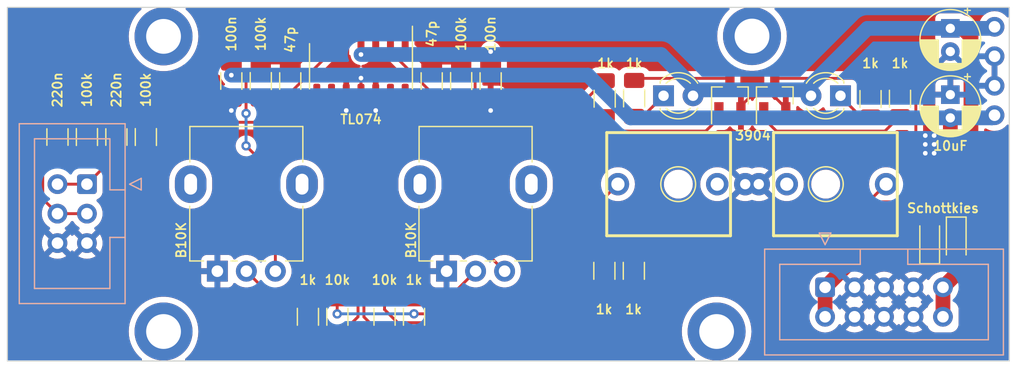
<source format=kicad_pcb>
(kicad_pcb (version 20221018) (generator pcbnew)
  (layers (0 "F.Cu" signal) (31 "B.Cu" signal) (34 "B.Paste" user) (35 "F.Paste" user) (36 "B.SilkS" user "B.Silkscreen") (37 "F.SilkS" user "F.Silkscreen") (38 "B.Mask" user) (39 "F.Mask" user) (44 "Edge.Cuts" user))
  (net 0 "")
  (net 1 "GND")
  (net 2 "+12v")
  (net 3 "-12v")
  (net 4 "Net-(C7-Pad1)")
  (net 5 "Net-(C7-Pad2)")
  (net 6 "Net-(U1A--)")
  (net 7 "Net-(C8-Pad2)")
  (net 8 "Net-(C9-Pad1)")
  (net 9 "Net-(C9-Pad2)")
  (net 10 "Net-(U1C--)")
  (net 11 "Net-(C10-Pad2)")
  (net 12 "Net-(D1-A)")
  (net 13 "Net-(D2-K)")
  (net 14 "Net-(D3-K)")
  (net 15 "Net-(D4-K)")
  (net 16 "Net-(J4-SIG)")
  (net 18 "Net-(J5-SIG)")
  (net 20 "Net-(Q1-B)")
  (net 21 "Net-(Q1-C)")
  (net 22 "Net-(Q2-B)")
  (net 23 "Net-(Q2-C)")
  (net 24 "Net-(R3-Pad1)")
  (net 25 "Net-(U1B--)")
  (net 26 "Out L")
  (net 27 "Net-(R10-Pad1)")
  (net 28 "Net-(U1D--)")
  (net 29 "Out R")
  (footprint "LED_THT:LED_D3.0mm_Clear" (layer "F.Cu") (at 183.5708 33.02 180)
    (fp_text reference "D4" hide)
    (fp_text value "LED" hide)
    (pad "1" thru_hole rect (at 0 0 180) (size 1.8 1.8) (drill 0.9) (layers "*.Cu" "*.Mask") (net 15 "Net-(D4-K)"))
    (pad "2" thru_hole circle (at 2.54 0 180) (size 1.8 1.8) (drill 0.9) (layers "*.Cu" "*.Mask") (net 2 "+12v"))
  )
  (footprint "Resistor_SMD:R_1206_3216Metric_Pad1.30x1.75mm_HandSolder" (layer "F.Cu") (at 133.604 31.75 90)
    (fp_text reference "R2")
    (fp_text value "100k" (at 4.064 0 270) (layer "F.SilkS") (effects (font (size 0.8 0.8))))
    (pad "1" smd roundrect (at -1.55 0 90) (size 1.3 1.75) (layers "F.Cu" "F.Paste" "F.Mask") (roundrect_rratio 0.192308) (net 25 "Net-(U1B--)"))
    (pad "2" smd roundrect (at 1.55 0 90) (size 1.3 1.75) (layers "F.Cu" "F.Paste" "F.Mask") (roundrect_rratio 0.192308) (net 7 "Net-(C8-Pad2)"))
  )
  (footprint "" (layer "F.Cu") (at 175.9458 27.8745)
    (fp_text reference "")
    (fp_text value "" (at 0 0) (layer "F.SilkS") (effects (font (size 0.8 0.8))))
    (pad "" np_thru_hole circle (at 0 0 180) (size 5 5) (drill 3) (layers "*.Cu" "*.Mask"))
  )
  (footprint "Capacitor_SMD:C_1206_3216Metric_Pad1.33x1.80mm_HandSolder" (layer "F.Cu") (at 148.336 31.75 90)
    (fp_text reference "C10")
    (fp_text value "47p" (at 4.064 0 90) (layer "F.SilkS") (effects (font (size 0.8 0.8))))
    (pad "1" smd roundrect (at -1.5625 0 90) (size 1.325 1.8) (layers "F.Cu" "F.Paste" "F.Mask") (roundrect_rratio 0.188679) (net 6 "Net-(U1A--)"))
    (pad "2" smd roundrect (at 1.5625 0 90) (size 1.325 1.8) (layers "F.Cu" "F.Paste" "F.Mask") (roundrect_rratio 0.188679) (net 11 "Net-(C10-Pad2)"))
  )
  (footprint "Resistor_SMD:R_1206_3216Metric_Pad1.30x1.75mm_HandSolder" (layer "F.Cu") (at 186.1616 33.3 90)
    (fp_text reference "R14")
    (fp_text value "1k" (at 3.074 0 180) (layer "F.SilkS") (effects (font (size 0.8 0.8))))
    (pad "1" smd roundrect (at -1.55 0 90) (size 1.3 1.75) (layers "F.Cu" "F.Paste" "F.Mask") (roundrect_rratio 0.192308) (net 15 "Net-(D4-K)"))
    (pad "2" smd roundrect (at 1.55 0 90) (size 1.3 1.75) (layers "F.Cu" "F.Paste" "F.Mask") (roundrect_rratio 0.192308) (net 23 "Net-(Q2-C)"))
  )
  (footprint "Capacitor_SMD:C_1206_3216Metric_Pad1.33x1.80mm_HandSolder" (layer "F.Cu") (at 116.078 36.576 90)
    (fp_text reference "C9")
    (fp_text value "220n" (at 4.064 0 90) (layer "F.SilkS") (effects (font (size 0.8 0.8))))
    (pad "1" smd roundrect (at -1.5625 0 90) (size 1.325 1.8) (layers "F.Cu" "F.Paste" "F.Mask") (roundrect_rratio 0.188679) (net 8 "Net-(C9-Pad1)"))
    (pad "2" smd roundrect (at 1.5625 0 90) (size 1.325 1.8) (layers "F.Cu" "F.Paste" "F.Mask") (roundrect_rratio 0.188679) (net 9 "Net-(C9-Pad2)"))
  )
  (footprint "Resistor_SMD:R_1206_3216Metric_Pad1.30x1.75mm_HandSolder" (layer "F.Cu") (at 118.618 36.576 90)
    (fp_text reference "R8")
    (fp_text value "100k" (at 4.064 0 90) (layer "F.SilkS") (effects (font (size 0.8 0.8))))
    (pad "1" smd roundrect (at -1.55 0 90) (size 1.3 1.75) (layers "F.Cu" "F.Paste" "F.Mask") (roundrect_rratio 0.192308) (net 9 "Net-(C9-Pad2)"))
    (pad "2" smd roundrect (at 1.55 0 90) (size 1.3 1.75) (layers "F.Cu" "F.Paste" "F.Mask") (roundrect_rratio 0.192308) (net 6 "Net-(U1A--)"))
  )
  (footprint "Resistor_SMD:R_1206_3216Metric_Pad1.30x1.75mm_HandSolder" (layer "F.Cu") (at 146.812 52.07 -90)
    (fp_text reference "R10")
    (fp_text value "1k" (at -3.175 0 -180) (layer "F.SilkS") (effects (font (size 0.8 0.8))))
    (pad "1" smd roundrect (at -1.55 0 270) (size 1.3 1.75) (layers "F.Cu" "F.Paste" "F.Mask") (roundrect_rratio 0.192308) (net 27 "Net-(R10-Pad1)"))
    (pad "2" smd roundrect (at 1.55 0 270) (size 1.3 1.75) (layers "F.Cu" "F.Paste" "F.Mask") (roundrect_rratio 0.192308) (net 28 "Net-(U1D--)"))
  )
  (footprint "Resistor_SMD:R_1206_3216Metric_Pad1.30x1.75mm_HandSolder" (layer "F.Cu") (at 144.272 52.07 90)
    (fp_text reference "R11")
    (fp_text value "10k" (at 3.175 0 180) (layer "F.SilkS") (effects (font (size 0.8 0.8))))
    (pad "1" smd roundrect (at -1.55 0 90) (size 1.3 1.75) (layers "F.Cu" "F.Paste" "F.Mask") (roundrect_rratio 0.192308) (net 28 "Net-(U1D--)"))
    (pad "2" smd roundrect (at 1.55 0 90) (size 1.3 1.75) (layers "F.Cu" "F.Paste" "F.Mask") (roundrect_rratio 0.192308) (net 29 "Out R"))
  )
  (footprint "Capacitor_SMD:C_1206_3216Metric_Pad1.33x1.80mm_HandSolder" (layer "F.Cu") (at 136.144 31.75 90)
    (fp_text reference "C8")
    (fp_text value "47p" (at 3.556 0 270) (layer "F.SilkS") (effects (font (size 0.8 0.8))))
    (pad "1" smd roundrect (at -1.5625 0 90) (size 1.325 1.8) (layers "F.Cu" "F.Paste" "F.Mask") (roundrect_rratio 0.188679) (net 25 "Net-(U1B--)"))
    (pad "2" smd roundrect (at 1.5625 0 90) (size 1.325 1.8) (layers "F.Cu" "F.Paste" "F.Mask") (roundrect_rratio 0.188679) (net 7 "Net-(C8-Pad2)"))
  )
  (footprint "Capacitor_SMD:C_1206_3216Metric_Pad1.33x1.80mm_HandSolder" (layer "F.Cu") (at 153.416 31.75 90)
    (fp_text reference "C1")
    (fp_text value "100n" (at 4.064 0 90) (layer "F.SilkS") (effects (font (size 0.8 0.8))))
    (pad "1" smd roundrect (at -1.5625 0 90) (size 1.325 1.8) (layers "F.Cu" "F.Paste" "F.Mask") (roundrect_rratio 0.188679) (net 1 "GND"))
    (pad "2" smd roundrect (at 1.5625 0 90) (size 1.325 1.8) (layers "F.Cu" "F.Paste" "F.Mask") (roundrect_rratio 0.188679) (net 2 "+12v"))
  )
  (footprint "" (layer "F.Cu") (at 125.222 27.9)
    (fp_text reference "")
    (fp_text value "" (at 0 0) (layer "F.SilkS") (effects (font (size 0.8 0.8))))
    (pad "" np_thru_hole circle (at 0 0 180) (size 5 5) (drill 3) (layers "*.Cu" "*.Mask"))
  )
  (footprint "" (layer "F.Cu") (at 125.222 53.34)
    (fp_text reference "")
    (fp_text value "" (at 0 0) (layer "F.SilkS") (effects (font (size 0.8 0.8))))
    (pad "" np_thru_hole circle (at 0 0 180) (size 5 5) (drill 3) (layers "*.Cu" "*.Mask"))
  )
  (footprint "Capacitor_SMD:C_1206_3216Metric_Pad1.33x1.80mm_HandSolder" (layer "F.Cu") (at 121.158 36.576 90)
    (fp_text reference "C7")
    (fp_text value "220n" (at 4.064 0 90) (layer "F.SilkS") (effects (font (size 0.8 0.8))))
    (pad "1" smd roundrect (at -1.5625 0 90) (size 1.325 1.8) (layers "F.Cu" "F.Paste" "F.Mask") (roundrect_rratio 0.188679) (net 4 "Net-(C7-Pad1)"))
    (pad "2" smd roundrect (at 1.5625 0 90) (size 1.325 1.8) (layers "F.Cu" "F.Paste" "F.Mask") (roundrect_rratio 0.188679) (net 5 "Net-(C7-Pad2)"))
  )
  (footprint "LED_THT:LED_D3.0mm_Clear" (layer "F.Cu") (at 168.3208 33.02)
    (fp_text reference "D3" hide)
    (fp_text value "LED" hide)
    (pad "1" thru_hole rect (at 0 0) (size 1.8 1.8) (drill 0.9) (layers "*.Cu" "*.Mask") (net 14 "Net-(D3-K)"))
    (pad "2" thru_hole circle (at 2.54 0) (size 1.8 1.8) (drill 0.9) (layers "*.Cu" "*.Mask") (net 2 "+12v"))
  )
  (footprint "Package_SO:SOIC-14_3.9x8.7mm_P1.27mm" (layer "F.Cu") (at 142.24 30.48 -90)
    (fp_text reference "U1")
    (fp_text value "TL074" (at 4.572 0 -180) (layer "F.SilkS") (effects (font (size 0.8 0.8))))
    (pad "1" smd roundrect (at -2.475 -3.81 270) (size 1.95 0.6) (layers "F.Cu" "F.Paste" "F.Mask") (net 11 "Net-(C10-Pad2)"))
    (pad "2" smd roundrect (at -2.475 -2.54 270) (size 1.95 0.6) (layers "F.Cu" "F.Paste" "F.Mask") (net 6 "Net-(U1A--)"))
    (pad "3" smd roundrect (at -2.475 -1.27 270) (size 1.95 0.6) (layers "F.Cu" "F.Paste" "F.Mask") (net 1 "GND"))
    (pad "4" smd roundrect (at -2.475 0 270) (size 1.95 0.6) (layers "F.Cu" "F.Paste" "F.Mask") (net 2 "+12v"))
    (pad "5" smd roundrect (at -2.475 1.27 270) (size 1.95 0.6) (layers "F.Cu" "F.Paste" "F.Mask") (net 1 "GND"))
    (pad "6" smd roundrect (at -2.475 2.54 270) (size 1.95 0.6) (layers "F.Cu" "F.Paste" "F.Mask") (net 25 "Net-(U1B--)"))
    (pad "7" smd roundrect (at -2.475 3.81 270) (size 1.95 0.6) (layers "F.Cu" "F.Paste" "F.Mask") (net 7 "Net-(C8-Pad2)"))
    (pad "8" smd roundrect (at 2.475 3.81 270) (size 1.95 0.6) (layers "F.Cu" "F.Paste" "F.Mask") (net 26 "Out L"))
    (pad "9" smd roundrect (at 2.475 2.54 270) (size 1.95 0.6) (layers "F.Cu" "F.Paste" "F.Mask") (net 10 "Net-(U1C--)"))
    (pad "10" smd roundrect (at 2.475 1.27 270) (size 1.95 0.6) (layers "F.Cu" "F.Paste" "F.Mask") (net 1 "GND"))
    (pad "11" smd roundrect (at 2.475 0 270) (size 1.95 0.6) (layers "F.Cu" "F.Paste" "F.Mask") (net 3 "-12v"))
    (pad "12" smd roundrect (at 2.475 -1.27 270) (size 1.95 0.6) (layers "F.Cu" "F.Paste" "F.Mask") (net 1 "GND"))
    (pad "13" smd roundrect (at 2.475 -2.54 270) (size 1.95 0.6) (layers "F.Cu" "F.Paste" "F.Mask") (net 28 "Net-(U1D--)"))
    (pad "14" smd roundrect (at 2.475 -3.81 270) (size 1.95 0.6) (layers "F.Cu" "F.Paste" "F.Mask") (net 29 "Out R"))
  )
  (footprint "Potentiometer_THT:Potentiometer_Alpha_RD901F-40-00D_Single_Vertical" (layer "F.Cu") (at 129.86 48.14 90)
    (fp_text reference "RV1")
    (fp_text value "B10K" (at 2.674 -3.114 270) (layer "F.SilkS") (effects (font (size 0.8 0.8))))
    (pad "" thru_hole oval (at 7.5 -2.3 180) (size 2.72 3.24) (drill oval 1.1 1.8) (layers "*.Cu" "*.Mask"))
    (pad "" thru_hole oval (at 7.5 7.3 180) (size 2.72 3.24) (drill oval 1.1 1.8) (layers "*.Cu" "*.Mask"))
    (pad "1" thru_hole rect (at 0 0 180) (size 1.8 1.8) (drill 1) (layers "*.Cu" "*.Mask") (net 1 "GND"))
    (pad "2" thru_hole circle (at 0 2.5 180) (size 1.8 1.8) (drill 1) (layers "*.Cu" "*.Mask") (net 24 "Net-(R3-Pad1)"))
    (pad "3" thru_hole circle (at 0 5 180) (size 1.8 1.8) (drill 1) (layers "*.Cu" "*.Mask") (net 7 "Net-(C8-Pad2)"))
  )
  (footprint "Capacitor_SMD:C_1206_3216Metric_Pad1.33x1.80mm_HandSolder" (layer "F.Cu") (at 131.064 31.75 -90)
    (fp_text reference "C2")
    (fp_text value "100n" (at -4.064 0 -90) (layer "F.SilkS") (effects (font (size 0.8 0.8))))
    (pad "1" smd roundrect (at -1.5625 0 270) (size 1.325 1.8) (layers "F.Cu" "F.Paste" "F.Mask") (roundrect_rratio 0.188679) (net 3 "-12v"))
    (pad "2" smd roundrect (at 1.5625 0 270) (size 1.325 1.8) (layers "F.Cu" "F.Paste" "F.Mask") (roundrect_rratio 0.188679) (net 1 "GND"))
  )
  (footprint "" (layer "F.Cu") (at 175.895 53.34)
    (fp_text reference "")
    (fp_text value "" (at 0 0) (layer "F.SilkS") (effects (font (size 0.8 0.8))))
    (pad "" np_thru_hole circle (at -3 0 180) (size 5 5) (drill 3) (layers "*.Cu" "*.Mask"))
  )
  (footprint "PCM_4ms_Jack:EighthInch_PJ398SM_with_hole" (layer "F.Cu") (at 182.2958 40.64 180)
    (fp_text reference "J5" hide)
    (fp_text value "IN R" hide)
    (pad "" np_thru_hole circle (at 0 0 180) (size 2 2) (drill 2) (layers "F&B.Cu" "*.Mask"))
    (pad "1" thru_hole circle (at -5.207 0 180) (size 1.9304 1.9304) (drill 1.143) (layers "*.Cu" "*.Mask") (net 18 "Net-(J5-SIG)"))
    (pad "2" thru_hole circle (at 5.7658 0 180) (size 1.9304 1.9304) (drill 0.889) (layers "*.Cu" "*.Mask") (net 1 "GND"))
    (pad "3" thru_hole circle (at 3.3528 0 180) (size 1.9304 1.9304) (drill 1.143) (layers "*.Cu" "*.Mask"))
  )
  (footprint "PCM_4ms_Jack:EighthInch_PJ398SM_with_hole" (layer "F.Cu") (at 169.5958 40.64)
    (fp_text reference "J4")
    (fp_text value "IN R" hide)
    (pad "" np_thru_hole circle (at 0 0) (size 2 2) (drill 2) (layers "F&B.Cu" "*.Mask"))
    (pad "1" thru_hole circle (at -5.207 0) (size 1.9304 1.9304) (drill 1.143) (layers "*.Cu" "*.Mask") (net 16 "Net-(J4-SIG)"))
    (pad "2" thru_hole circle (at 5.7658 0) (size 1.9304 1.9304) (drill 0.889) (layers "*.Cu" "*.Mask") (net 1 "GND"))
    (pad "3" thru_hole circle (at 3.3528 0) (size 1.9304 1.9304) (drill 1.143) (layers "*.Cu" "*.Mask"))
  )
  (footprint "Resistor_SMD:R_1206_3216Metric_Pad1.30x1.75mm_HandSolder" (layer "F.Cu") (at 188.7016 33.274 -90)
    (fp_text reference "R13")
    (fp_text value "1k" (at -3.048 0 -180) (layer "F.SilkS") (effects (font (size 0.8 0.8))))
    (pad "1" smd roundrect (at -1.55 0 270) (size 1.3 1.75) (layers "F.Cu" "F.Paste" "F.Mask") (roundrect_rratio 0.192308) (net 29 "Out R"))
    (pad "2" smd roundrect (at 1.55 0 270) (size 1.3 1.75) (layers "F.Cu" "F.Paste" "F.Mask") (roundrect_rratio 0.192308) (net 22 "Net-(Q2-B)"))
  )
  (footprint "Resistor_SMD:R_1206_3216Metric_Pad1.30x1.75mm_HandSolder" (layer "F.Cu") (at 140.208 52.07 90)
    (fp_text reference "R4")
    (fp_text value "10k" (at 3.175 0 180) (layer "F.SilkS") (effects (font (size 0.8 0.8))))
    (pad "1" smd roundrect (at -1.55 0 90) (size 1.3 1.75) (layers "F.Cu" "F.Paste" "F.Mask") (roundrect_rratio 0.192308) (net 10 "Net-(U1C--)"))
    (pad "2" smd roundrect (at 1.55 0 90) (size 1.3 1.75) (layers "F.Cu" "F.Paste" "F.Mask") (roundrect_rratio 0.192308) (net 26 "Out L"))
  )
  (footprint "Resistor_SMD:R_1206_3216Metric_Pad1.30x1.75mm_HandSolder" (layer "F.Cu") (at 123.698 36.576 90)
    (fp_text reference "R1")
    (fp_text value "100k" (at 4.064 0 270) (layer "F.SilkS") (effects (font (size 0.8 0.8))))
    (pad "1" smd roundrect (at -1.55 0 90) (size 1.3 1.75) (layers "F.Cu" "F.Paste" "F.Mask") (roundrect_rratio 0.192308) (net 5 "Net-(C7-Pad2)"))
    (pad "2" smd roundrect (at 1.55 0 90) (size 1.3 1.75) (layers "F.Cu" "F.Paste" "F.Mask") (roundrect_rratio 0.192308) (net 25 "Net-(U1B--)"))
  )
  (footprint "Capacitor_THT:CP_Radial_D5.0mm_P2.00mm" (layer "F.Cu") (at 193.04 27.21 -90)
    (fp_text reference "C3")
    (fp_text value "10uF" hide)
    (pad "1" thru_hole rect (at 0 0 270) (size 1.6 1.6) (drill 0.8) (layers "*.Cu" "*.Mask") (net 2 "+12v"))
    (pad "2" thru_hole circle (at 2 0 270) (size 1.6 1.6) (drill 0.8) (layers "*.Cu" "*.Mask") (net 1 "GND"))
  )
  (footprint "Package_TO_SOT_SMD:SOT-23_Handsoldering" (layer "F.Cu") (at 177.9066 33.02 90)
    (fp_text reference "Q2")
    (fp_text value "3904" hide)
    (pad "1" smd rect (at -1.5 -0.95 90) (size 1.9 0.8) (layers "F.Cu" "F.Paste" "F.Mask") (net 22 "Net-(Q2-B)"))
    (pad "2" smd rect (at -1.5 0.95 90) (size 1.9 0.8) (layers "F.Cu" "F.Paste" "F.Mask") (net 1 "GND"))
    (pad "3" smd rect (at 1.5 0 90) (size 1.9 0.8) (layers "F.Cu" "F.Paste" "F.Mask") (net 23 "Net-(Q2-C)"))
  )
  (footprint "Resistor_SMD:R_1206_3216Metric_Pad1.30x1.75mm_HandSolder" (layer "F.Cu") (at 165.7604 48.11 90)
    (fp_text reference "R12")
    (fp_text value "1k" (at -3.325 -0.0254 180) (layer "F.SilkS") (effects (font (size 0.8 0.8))))
    (pad "1" smd roundrect (at -1.55 0 90) (size 1.3 1.75) (layers "F.Cu" "F.Paste" "F.Mask") (roundrect_rratio 0.192308) (net 29 "Out R"))
    (pad "2" smd roundrect (at 1.55 0 90) (size 1.3 1.75) (layers "F.Cu" "F.Paste" "F.Mask") (roundrect_rratio 0.192308) (net 18 "Net-(J5-SIG)"))
  )
  (footprint "Capacitor_THT:CP_Radial_D5.0mm_P2.00mm" (layer "F.Cu") (at 193.04 32.925 -90)
    (fp_text reference "C4")
    (fp_text value "10uF" (at 4.413 0 -180) (layer "F.SilkS") (effects (font (size 0.8 0.8))))
    (pad "1" thru_hole rect (at 0 0 270) (size 1.6 1.6) (drill 0.8) (layers "*.Cu" "*.Mask") (net 1 "GND"))
    (pad "2" thru_hole circle (at 2 0 270) (size 1.6 1.6) (drill 0.8) (layers "*.Cu" "*.Mask") (net 3 "-12v"))
  )
  (footprint "Resistor_SMD:R_1206_3216Metric_Pad1.30x1.75mm_HandSolder" (layer "F.Cu") (at 163.2204 48.11 90)
    (fp_text reference "R5")
    (fp_text value "1k" (at -3.325 -0.0254 180) (layer "F.SilkS") (effects (font (size 0.8 0.8))))
    (pad "1" smd roundrect (at -1.55 0 90) (size 1.3 1.75) (layers "F.Cu" "F.Paste" "F.Mask") (roundrect_rratio 0.192308) (net 26 "Out L"))
    (pad "2" smd roundrect (at 1.55 0 90) (size 1.3 1.75) (layers "F.Cu" "F.Paste" "F.Mask") (roundrect_rratio 0.192308) (net 16 "Net-(J4-SIG)"))
  )
  (footprint "Resistor_SMD:R_1206_3216Metric_Pad1.30x1.75mm_HandSolder" (layer "F.Cu") (at 163.2458 33.274 -90)
    (fp_text reference "R6")
    (fp_text value "1k" (at -3.048 -0.0762 -180) (layer "F.SilkS") (effects (font (size 0.8 0.8))))
    (pad "1" smd roundrect (at -1.55 0 270) (size 1.3 1.75) (layers "F.Cu" "F.Paste" "F.Mask") (roundrect_rratio 0.192308) (net 26 "Out L"))
    (pad "2" smd roundrect (at 1.55 0 270) (size 1.3 1.75) (layers "F.Cu" "F.Paste" "F.Mask") (roundrect_rratio 0.192308) (net 20 "Net-(Q1-B)"))
  )
  (footprint "Potentiometer_THT:Potentiometer_Alpha_RD901F-40-00D_Single_Vertical" (layer "F.Cu") (at 149.62 48.14 90)
    (fp_text reference "RV2")
    (fp_text value "B10K" (at 2.674 -3.062 90) (layer "F.SilkS") (effects (font (size 0.8 0.8))))
    (pad "" thru_hole oval (at 7.5 -2.3 180) (size 2.72 3.24) (drill oval 1.1 1.8) (layers "*.Cu" "*.Mask"))
    (pad "" thru_hole oval (at 7.5 7.3 180) (size 2.72 3.24) (drill oval 1.1 1.8) (layers "*.Cu" "*.Mask"))
    (pad "1" thru_hole rect (at 0 0 180) (size 1.8 1.8) (drill 1) (layers "*.Cu" "*.Mask") (net 1 "GND"))
    (pad "2" thru_hole circle (at 0 2.5 180) (size 1.8 1.8) (drill 1) (layers "*.Cu" "*.Mask") (net 27 "Net-(R10-Pad1)"))
    (pad "3" thru_hole circle (at 0 5 180) (size 1.8 1.8) (drill 1) (layers "*.Cu" "*.Mask") (net 11 "Net-(C10-Pad2)"))
  )
  (footprint "Diode_SMD:D_SOD-323_HandSoldering" (layer "F.Cu") (at 191.262 45.486 90)
    (fp_text reference "D2" hide)
    (fp_text value "D_Schottky" hide)
    (pad "1" smd roundrect (at -1.25 0 90) (size 1 1) (layers "F.Cu" "F.Paste" "F.Mask") (net 13 "Net-(D2-K)"))
    (pad "2" smd roundrect (at 1.25 0 90) (size 1 1) (layers "F.Cu" "F.Paste" "F.Mask") (net 3 "-12v"))
  )
  (footprint "Resistor_SMD:R_1206_3216Metric_Pad1.30x1.75mm_HandSolder" (layer "F.Cu") (at 150.876 31.75 90)
    (fp_text reference "R9")
    (fp_text value "100k" (at 4.064 0 90) (layer "F.SilkS") (effects (font (size 0.8 0.8))))
    (pad "1" smd roundrect (at -1.55 0 90) (size 1.3 1.75) (layers "F.Cu" "F.Paste" "F.Mask") (roundrect_rratio 0.192308) (net 6 "Net-(U1A--)"))
    (pad "2" smd roundrect (at 1.55 0 90) (size 1.3 1.75) (layers "F.Cu" "F.Paste" "F.Mask") (roundrect_rratio 0.192308) (net 11 "Net-(C10-Pad2)"))
  )
  (footprint "Resistor_SMD:R_1206_3216Metric_Pad1.30x1.75mm_HandSolder" (layer "F.Cu") (at 165.7858 33.248 90)
    (fp_text reference "R7")
    (fp_text value "1k" (at 3.022 0 180) (layer "F.SilkS") (effects (font (size 0.8 0.8))))
    (pad "1" smd roundrect (at -1.55 0 90) (size 1.3 1.75) (layers "F.Cu" "F.Paste" "F.Mask") (roundrect_rratio 0.192308) (net 14 "Net-(D3-K)"))
    (pad "2" smd roundrect (at 1.55 0 90) (size 1.3 1.75) (layers "F.Cu" "F.Paste" "F.Mask") (roundrect_rratio 0.192308) (net 21 "Net-(Q1-C)"))
  )
  (footprint "Resistor_SMD:R_1206_3216Metric_Pad1.30x1.75mm_HandSolder" (layer "F.Cu") (at 137.668 52.07 -90)
    (fp_text reference "R3")
    (fp_text value "1k" (at -3.175 0 -180) (layer "F.SilkS") (effects (font (size 0.8 0.8))))
    (pad "1" smd roundrect (at -1.55 0 270) (size 1.3 1.75) (layers "F.Cu" "F.Paste" "F.Mask") (roundrect_rratio 0.192308) (net 24 "Net-(R3-Pad1)"))
    (pad "2" smd roundrect (at 1.55 0 270) (size 1.3 1.75) (layers "F.Cu" "F.Paste" "F.Mask") (roundrect_rratio 0.192308) (net 10 "Net-(U1C--)"))
  )
  (footprint "Diode_SMD:D_SOD-323_HandSoldering" (layer "F.Cu") (at 193.548 45.486 -90)
    (fp_text reference "D1" hide)
    (fp_text value "D_Schottky" hide)
    (pad "1" smd roundrect (at -1.25 0 270) (size 1 1) (layers "F.Cu" "F.Paste" "F.Mask") (net 2 "+12v"))
    (pad "2" smd roundrect (at 1.25 0 270) (size 1 1) (layers "F.Cu" "F.Paste" "F.Mask") (net 12 "Net-(D1-A)"))
  )
  (footprint "Package_TO_SOT_SMD:SOT-23_Handsoldering" (layer "F.Cu") (at 174.0408 33.02 90)
    (fp_text reference "Q1")
    (fp_text value "3904" (at -3.429 1.9812 180) (layer "F.SilkS") (effects (font (size 0.8 0.8))))
    (pad "1" smd rect (at -1.5 -0.95 90) (size 1.9 0.8) (layers "F.Cu" "F.Paste" "F.Mask") (net 20 "Net-(Q1-B)"))
    (pad "2" smd rect (at -1.5 0.95 90) (size 1.9 0.8) (layers "F.Cu" "F.Paste" "F.Mask") (net 1 "GND"))
    (pad "3" smd rect (at 1.5 0 90) (size 1.9 0.8) (layers "F.Cu" "F.Paste" "F.Mask") (net 21 "Net-(Q1-C)"))
  )
  (footprint "Connector_PinHeader_2.54mm:PinHeader_1x04_P2.54mm_Vertical_no_silkscreen" (layer "B.Cu") (at 196.85 27.0764 180)
    (fp_text reference "J2" hide)
    (fp_text value "Conn_01x04_Pin" hide)
    (pad "1" thru_hole circle (at 0 0 180) (size 1.7 1.7) (drill 1) (layers "*.Cu" "*.Mask") (net 2 "+12v"))
    (pad "2" thru_hole oval (at 0 -2.54 180) (size 1.7 1.7) (drill 1) (layers "*.Cu" "*.Mask") (net 1 "GND"))
    (pad "3" thru_hole oval (at 0 -5.08 180) (size 1.7 1.7) (drill 1) (layers "*.Cu" "*.Mask") (net 1 "GND"))
    (pad "4" thru_hole oval (at 0 -7.62 180) (size 1.7 1.7) (drill 1) (layers "*.Cu" "*.Mask") (net 3 "-12v"))
  )
  (footprint "Connector_IDC:IDC-Header_2x05_P2.54mm_Vertical" (layer "B.Cu") (at 182.245 49.53 -90)
    (fp_text reference "J1")
    (fp_text value "Eurorack_Power_10pin_Unshrouded" hide)
    (pad "1" thru_hole roundrect (at 0 0 270) (size 1.7 1.7) (drill 1) (layers "*.Cu" "*.Mask") (roundrect_rratio 0.147059) (net 12 "Net-(D1-A)"))
    (pad "2" thru_hole circle (at 2.54 0 270) (size 1.7 1.7) (drill 1) (layers "*.Cu" "*.Mask") (net 12 "Net-(D1-A)"))
    (pad "3" thru_hole circle (at 0 -2.54 270) (size 1.7 1.7) (drill 1) (layers "*.Cu" "*.Mask") (net 1 "GND"))
    (pad "4" thru_hole circle (at 2.54 -2.54 270) (size 1.7 1.7) (drill 1) (layers "*.Cu" "*.Mask") (net 1 "GND"))
    (pad "5" thru_hole circle (at 0 -5.08 270) (size 1.7 1.7) (drill 1) (layers "*.Cu" "*.Mask") (net 1 "GND"))
    (pad "6" thru_hole circle (at 2.54 -5.08 270) (size 1.7 1.7) (drill 1) (layers "*.Cu" "*.Mask") (net 1 "GND"))
    (pad "7" thru_hole circle (at 0 -7.62 270) (size 1.7 1.7) (drill 1) (layers "*.Cu" "*.Mask") (net 1 "GND"))
    (pad "8" thru_hole circle (at 2.54 -7.62 270) (size 1.7 1.7) (drill 1) (layers "*.Cu" "*.Mask") (net 1 "GND"))
    (pad "9" thru_hole circle (at 0 -10.16 270) (size 1.7 1.7) (drill 1) (layers "*.Cu" "*.Mask") (net 13 "Net-(D2-K)"))
    (pad "10" thru_hole circle (at 2.54 -10.16 270) (size 1.7 1.7) (drill 1) (layers "*.Cu" "*.Mask") (net 13 "Net-(D2-K)"))
  )
  (footprint "Connector_IDC:IDC-Header_2x03_P2.54mm_Vertical" (layer "B.Cu") (at 118.618 40.64 180)
    (fp_text reference "J3")
    (fp_text value "Conn_02x03" hide)
    (pad "1" thru_hole roundrect (at 0 0 180) (size 1.7 1.7) (drill 1) (layers "*.Cu" "*.Mask") (roundrect_rratio 0.147059) (net 4 "Net-(C7-Pad1)"))
    (pad "2" thru_hole circle (at 2.54 0 180) (size 1.7 1.7) (drill 1) (layers "*.Cu" "*.Mask") (net 4 "Net-(C7-Pad1)"))
    (pad "3" thru_hole circle (at 0 -2.54 180) (size 1.7 1.7) (drill 1) (layers "*.Cu" "*.Mask") (net 8 "Net-(C9-Pad1)"))
    (pad "4" thru_hole circle (at 2.54 -2.54 180) (size 1.7 1.7) (drill 1) (layers "*.Cu" "*.Mask") (net 8 "Net-(C9-Pad1)"))
    (pad "5" thru_hole circle (at 0 -5.08 180) (size 1.7 1.7) (drill 1) (layers "*.Cu" "*.Mask") (net 1 "GND"))
    (pad "6" thru_hole circle (at 2.54 -5.08 180) (size 1.7 1.7) (drill 1) (layers "*.Cu" "*.Mask") (net 1 "GND"))
  )
  (gr_rect (start 111.76 25.4) (end 198.12 55.88) (stroke (width 0.1)) (fill none) (layer "Edge.Cuts"))
  (gr_text "Schottkies" (at 192.405 43.18) (layer "F.SilkS") (effects (font (size 0.8 0.8)) (justify bottom)))
  (segment (start 140.97 28.005) (end 140.97 32.955) (width 0.25) (layer "F.Cu") (net 1))
  (segment (start 143.51 28.005) (end 143.51 32.955) (width 0.25) (layer "F.Cu") (net 1))
  (segment (start 178.8008 34.0208) (end 177.8 33.02) (width 0.25) (layer "F.Cu") (net 1))
  (segment (start 143.51 32.955) (end 143.51 34.29) (width 0.25) (layer "F.Cu") (net 1))
  (segment (start 153.416 33.3125) (end 153.416 34.29) (width 0.25) (layer "F.Cu") (net 1))
  (segment (start 178.8008 34.52) (end 178.8008 34.0208) (width 0.25) (layer "F.Cu") (net 1))
  (segment (start 140.97 32.955) (end 140.97 34.29) (width 0.25) (layer "F.Cu") (net 1))
  (segment (start 174.9908 33.9046) (end 174.9908 34.52) (width 0.25) (layer "F.Cu") (net 1))
  (segment (start 131.064 33.3125) (end 131.064 34.29) (width 0.25) (layer "F.Cu") (net 1))
  (segment (start 177.8 33.02) (end 175.8754 33.02) (width 0.25) (layer "F.Cu") (net 1))
  (segment (start 175.8754 33.02) (end 174.9908 33.9046) (width 0.25) (layer "F.Cu") (net 1))
  (via (at 190.881 36.449) (size 0.8) (drill 0.4) (layers "F.Cu" "B.Cu") (net 1))
  (via (at 191.643 37.973) (size 0.8) (drill 0.4) (layers "F.Cu" "B.Cu") (net 1))
  (via (at 143.51 34.29) (size 0.8) (drill 0.4) (layers "F.Cu" "B.Cu") (net 1))
  (via (at 191.643 36.449) (size 0.8) (drill 0.4) (layers "F.Cu" "B.Cu") (net 1))
  (via (at 153.416 34.29) (size 0.8) (drill 0.4) (layers "F.Cu" "B.Cu") (net 1))
  (via (at 131.064 34.29) (size 0.8) (drill 0.4) (layers "F.Cu" "B.Cu") (net 1))
  (via (at 190.881 37.973) (size 0.8) (drill 0.4) (layers "F.Cu" "B.Cu") (net 1))
  (via (at 140.97 34.29) (size 0.8) (drill 0.4) (layers "F.Cu" "B.Cu") (net 1))
  (via (at 191.643 37.211) (size 0.8) (drill 0.4) (layers "F.Cu" "B.Cu") (net 1))
  (via (at 190.881 37.211) (size 0.8) (drill 0.4) (layers "F.Cu" "B.Cu") (net 1))
  (segment (start 194.818 27.94) (end 194.088 27.21) (width 1.27) (layer "F.Cu") (net 2))
  (segment (start 193.548 42.672) (end 194.818 41.402) (width 1.27) (layer "F.Cu") (net 2))
  (segment (start 194.818 41.402) (end 194.818 27.94) (width 1.27) (layer "F.Cu") (net 2))
  (segment (start 193.548 44.236) (end 193.548 42.672) (width 1.27) (layer "F.Cu") (net 2))
  (segment (start 194.088 27.21) (end 193.04 27.21) (width 1.27) (layer "F.Cu") (net 2))
  (segment (start 142.24 28.005) (end 142.24 29.464) (width 0.25) (layer "F.Cu") (net 2))
  (segment (start 153.416 30.1875) (end 153.416 29.21) (width 0.25) (layer "F.Cu") (net 2))
  (via (at 153.416 29.21) (size 0.8) (drill 0.4) (layers "F.Cu" "B.Cu") (net 2))
  (via (at 142.24 29.464) (size 0.8) (drill 0.4) (layers "F.Cu" "B.Cu") (net 2))
  (segment (start 168.108796 29.464) (end 142.24 29.464) (width 1.27) (layer "B.Cu") (net 2))
  (segment (start 180.975 33.02) (end 180.467 32.512) (width 1.27) (layer "B.Cu") (net 2))
  (segment (start 180.975 32.131) (end 180.975 33.02) (width 1.27) (layer "B.Cu") (net 2))
  (segment (start 193.04 27.21) (end 185.896 27.21) (width 1.27) (layer "B.Cu") (net 2))
  (segment (start 170.8608 33.02) (end 170.8608 32.216004) (width 1.27) (layer "B.Cu") (net 2))
  (segment (start 185.896 27.21) (end 180.975 32.131) (width 1.27) (layer "B.Cu") (net 2))
  (segment (start 170.8608 32.216004) (end 168.108796 29.464) (width 1.27) (layer "B.Cu") (net 2))
  (segment (start 196.7164 27.21) (end 196.85 27.0764) (width 1.27) (layer "B.Cu") (net 2))
  (segment (start 180.467 32.512) (end 171.3688 32.512) (width 1.27) (layer "B.Cu") (net 2))
  (segment (start 193.04 27.21) (end 196.7164 27.21) (width 1.27) (layer "B.Cu") (net 2))
  (segment (start 171.3688 32.512) (end 170.8608 33.02) (width 1.27) (layer "B.Cu") (net 2))
  (segment (start 142.24 32.955) (end 142.24 31.496) (width 0.25) (layer "F.Cu") (net 3))
  (segment (start 191.262 42.418) (end 193.04 40.64) (width 1.27) (layer "F.Cu") (net 3))
  (segment (start 131.064 30.1875) (end 131.064 31.242) (width 0.25) (layer "F.Cu") (net 3))
  (segment (start 191.262 44.236) (end 191.262 42.418) (width 1.27) (layer "F.Cu") (net 3))
  (segment (start 193.04 40.64) (end 193.04 34.925) (width 1.27) (layer "F.Cu") (net 3))
  (via (at 131.064 31.242) (size 0.8) (drill 0.4) (layers "F.Cu" "B.Cu") (net 3))
  (via (at 142.24 31.496) (size 0.8) (drill 0.4) (layers "F.Cu" "B.Cu") (net 3))
  (segment (start 193.04 34.925) (end 196.6214 34.925) (width 1.27) (layer "B.Cu") (net 3))
  (segment (start 193.04 34.925) (end 165.481 34.925) (width 1.27) (layer "B.Cu") (net 3))
  (segment (start 165.481 34.925) (end 161.798 31.242) (width 1.27) (layer "B.Cu") (net 3))
  (segment (start 196.6214 34.925) (end 196.85 34.6964) (width 1.27) (layer "B.Cu") (net 3))
  (segment (start 161.798 31.242) (end 131.064 31.242) (width 1.27) (layer "B.Cu") (net 3))
  (segment (start 121.1195 38.1385) (end 121.158 38.1385) (width 0.25) (layer "F.Cu") (net 4))
  (segment (start 118.618 40.64) (end 121.1195 38.1385) (width 0.25) (layer "F.Cu") (net 4))
  (segment (start 118.618 40.64) (end 116.078 40.64) (width 0.25) (layer "F.Cu") (net 4))
  (segment (start 121.158 35.0135) (end 121.158 35.586) (width 0.25) (layer "F.Cu") (net 5))
  (segment (start 121.158 35.586) (end 123.698 38.126) (width 0.25) (layer "F.Cu") (net 5))
  (segment (start 144.78 27.305) (end 144.78 28.005) (width 0.25) (layer "F.Cu") (net 6))
  (segment (start 148.336 33.3125) (end 148.336 32.766) (width 0.25) (layer "F.Cu") (net 6))
  (segment (start 148.336 32.766) (end 144.78 29.21) (width 0.25) (layer "F.Cu") (net 6))
  (segment (start 137.541 26.416) (end 143.891 26.416) (width 0.25) (layer "F.Cu") (net 6))
  (segment (start 148.3485 33.3) (end 148.336 33.3125) (width 0.25) (layer "F.Cu") (net 6))
  (segment (start 129.7178 28.829) (end 135.128 28.829) (width 0.25) (layer "F.Cu") (net 6))
  (segment (start 118.618 35.026) (end 118.8472 35.026) (width 0.25) (layer "F.Cu") (net 6))
  (segment (start 120.0912 33.782) (end 124.7648 33.782) (width 0.25) (layer "F.Cu") (net 6))
  (segment (start 144.78 29.21) (end 144.78 28.005) (width 0.25) (layer "F.Cu") (net 6))
  (segment (start 118.8472 35.026) (end 120.0912 33.782) (width 0.25) (layer "F.Cu") (net 6))
  (segment (start 124.7648 33.782) (end 129.7178 28.829) (width 0.25) (layer "F.Cu") (net 6))
  (segment (start 135.128 28.829) (end 137.541 26.416) (width 0.25) (layer "F.Cu") (net 6))
  (segment (start 143.891 26.416) (end 144.78 27.305) (width 0.25) (layer "F.Cu") (net 6))
  (segment (start 150.876 33.3) (end 148.3485 33.3) (width 0.25) (layer "F.Cu") (net 6))
  (segment (start 138.43 28.702) (end 136.9445 30.1875) (width 0.25) (layer "F.Cu") (net 7))
  (segment (start 132.334 31.47) (end 133.604 30.2) (width 0.25) (layer "F.Cu") (net 7))
  (segment (start 136.9445 30.1875) (end 136.144 30.1875) (width 0.25) (layer "F.Cu") (net 7))
  (segment (start 136.144 30.1875) (end 133.6165 30.1875) (width 0.25) (layer "F.Cu") (net 7))
  (segment (start 138.43 28.005) (end 138.43 28.702) (width 0.25) (layer "F.Cu") (net 7))
  (segment (start 132.334 37.338) (end 134.86 39.864) (width 0.25) (layer "F.Cu") (net 7))
  (segment (start 132.334 34.544) (end 132.334 31.47) (width 0.25) (layer "F.Cu") (net 7))
  (segment (start 134.86 39.864) (end 134.86 48.14) (width 0.25) (layer "F.Cu") (net 7))
  (via (at 132.334 34.544) (size 0.8) (drill 0.4) (layers "F.Cu" "B.Cu") (net 7))
  (via (at 132.334 37.338) (size 0.8) (drill 0.4) (layers "F.Cu" "B.Cu") (net 7))
  (segment (start 132.334 37.338) (end 132.334 34.544) (width 0.25) (layer "B.Cu") (net 7))
  (segment (start 114.808 39.4085) (end 116.078 38.1385) (width 0.25) (layer "F.Cu") (net 8))
  (segment (start 116.078 43.18) (end 118.618 43.18) (width 0.25) (layer "F.Cu") (net 8))
  (segment (start 116.078 43.18) (end 114.808 41.91) (width 0.25) (layer "F.Cu") (net 8))
  (segment (start 114.808 41.91) (end 114.808 39.4085) (width 0.25) (layer "F.Cu") (net 8))
  (segment (start 116.078 35.586) (end 118.618 38.126) (width 0.25) (layer "F.Cu") (net 9))
  (segment (start 116.078 35.0135) (end 116.078 35.586) (width 0.25) (layer "F.Cu") (net 9))
  (segment (start 140.208 53.62) (end 137.668 53.62) (width 0.25) (layer "F.Cu") (net 10))
  (segment (start 141.986 52.07) (end 141.986 37.084) (width 0.25) (layer "F.Cu") (net 10))
  (segment (start 139.7 34.798) (end 139.7 32.955) (width 0.25) (layer "F.Cu") (net 10))
  (segment (start 140.208 53.62) (end 140.436 53.62) (width 0.25) (layer "F.Cu") (net 10))
  (segment (start 141.986 37.084) (end 139.7 34.798) (width 0.25) (layer "F.Cu") (net 10))
  (segment (start 140.436 53.62) (end 141.986 52.07) (width 0.25) (layer "F.Cu") (net 10))
  (segment (start 148.336 30.1875) (end 147.5355 30.1875) (width 0.25) (layer "F.Cu") (net 11))
  (segment (start 152.076 31.4) (end 150.876 30.2) (width 0.25) (layer "F.Cu") (net 11))
  (segment (start 154.62 48.14) (end 152.076 45.596) (width 0.25) (layer "F.Cu") (net 11))
  (segment (start 150.876 30.2) (end 148.3485 30.2) (width 0.25) (layer "F.Cu") (net 11))
  (segment (start 146.05 28.702) (end 146.05 28.005) (width 0.25) (layer "F.Cu") (net 11))
  (segment (start 148.3485 30.2) (end 148.336 30.1875) (width 0.25) (layer "F.Cu") (net 11))
  (segment (start 147.5355 30.1875) (end 146.05 28.702) (width 0.25) (layer "F.Cu") (net 11))
  (segment (start 152.076 45.596) (end 152.076 31.4) (width 0.25) (layer "F.Cu") (net 11))
  (segment (start 193.548 48.387) (end 192.405 49.53) (width 1.27) (layer "F.Cu") (net 12))
  (segment (start 192.405 49.53) (end 192.405 52.07) (width 1.27) (layer "F.Cu") (net 12))
  (segment (start 193.548 46.736) (end 193.548 48.387) (width 1.27) (layer "F.Cu") (net 12))
  (segment (start 185.039 46.736) (end 191.262 46.736) (width 1.27) (layer "F.Cu") (net 13))
  (segment (start 182.245 49.53) (end 185.039 46.736) (width 1.27) (layer "F.Cu") (net 13))
  (segment (start 182.245 49.53) (end 182.245 52.07) (width 1.27) (layer "F.Cu") (net 13))
  (segment (start 166.5428 34.798) (end 168.3208 33.02) (width 0.25) (layer "F.Cu") (net 14))
  (segment (start 165.7858 34.798) (end 166.5428 34.798) (width 0.25) (layer "F.Cu") (net 14))
  (segment (start 185.345 34.85) (end 183.515 33.02) (width 0.25) (layer "F.Cu") (net 15))
  (segment (start 186.1058 34.85) (end 185.345 34.85) (width 0.25) (layer "F.Cu") (net 15))
  (segment (start 162.306 42.7228) (end 162.306 45.6456) (width 0.25) (layer "F.Cu") (net 16))
  (segment (start 164.3888 40.64) (end 162.306 42.7228) (width 0.25) (layer "F.Cu") (net 16))
  (segment (start 162.306 45.6456) (end 163.2204 46.56) (width 0.25) (layer "F.Cu") (net 16))
  (segment (start 181.5828 46.56) (end 187.5028 40.64) (width 0.25) (layer "F.Cu") (net 18))
  (segment (start 165.7604 46.56) (end 181.5828 46.56) (width 0.25) (layer "F.Cu") (net 18))
  (segment (start 173.0908 34.9352) (end 171.958 36.068) (width 0.25) (layer "F.Cu") (net 20))
  (segment (start 164.4898 36.068) (end 163.2458 34.824) (width 0.25) (layer "F.Cu") (net 20))
  (segment (start 173.0908 34.52) (end 173.0908 34.9352) (width 0.25) (layer "F.Cu") (net 20))
  (segment (start 171.958 36.068) (end 164.4898 36.068) (width 0.25) (layer "F.Cu") (net 20))
  (segment (start 165.7858 31.698) (end 165.9638 31.52) (width 0.25) (layer "F.Cu") (net 21))
  (segment (start 165.9638 31.52) (end 174.0408 31.52) (width 0.25) (layer "F.Cu") (net 21))
  (segment (start 187.4018 36.068) (end 188.6458 34.824) (width 0.25) (layer "F.Cu") (net 22))
  (segment (start 178.054 36.068) (end 187.4018 36.068) (width 0.25) (layer "F.Cu") (net 22))
  (segment (start 177.038 34.6572) (end 177.038 35.052) (width 0.25) (layer "F.Cu") (net 22))
  (segment (start 176.9008 34.52) (end 177.038 34.6572) (width 0.25) (layer "F.Cu") (net 22))
  (segment (start 177.038 35.052) (end 178.054 36.068) (width 0.25) (layer "F.Cu") (net 22))
  (segment (start 185.8758 31.52) (end 177.8508 31.52) (width 0.25) (layer "F.Cu") (net 23))
  (segment (start 186.1058 31.75) (end 185.8758 31.52) (width 0.25) (layer "F.Cu") (net 23))
  (segment (start 137.668 50.52) (end 134.74 50.52) (width 0.25) (layer "F.Cu") (net 24))
  (segment (start 134.74 50.52) (end 132.36 48.14) (width 0.25) (layer "F.Cu") (net 24))
  (segment (start 133.604 33.3) (end 136.1315 33.3) (width 0.25) (layer "F.Cu") (net 25))
  (segment (start 133.096 35.306) (end 133.604 34.798) (width 0.25) (layer "F.Cu") (net 25))
  (segment (start 123.698 35.026) (end 123.978 35.306) (width 0.25) (layer "F.Cu") (net 25))
  (segment (start 139.7 29.21) (end 139.7 28.005) (width 0.25) (layer "F.Cu") (net 25))
  (segment (start 136.144 33.3125) (end 136.144 32.766) (width 0.25) (layer "F.Cu") (net 25))
  (segment (start 136.144 32.766) (end 139.7 29.21) (width 0.25) (layer "F.Cu") (net 25))
  (segment (start 133.604 34.798) (end 133.604 33.3) (width 0.25) (layer "F.Cu") (net 25))
  (segment (start 123.978 35.306) (end 133.096 35.306) (width 0.25) (layer "F.Cu") (net 25))
  (segment (start 161.671 48.1106) (end 161.671 33.2988) (width 0.25) (layer "F.Cu") (net 26))
  (segment (start 140.190103 51.824306) (end 140.190103 50.537897) (width 0.25) (layer "F.Cu") (net 26))
  (segment (start 163.2204 49.66) (end 163.2204 50.6476) (width 0.25) (layer "F.Cu") (net 26))
  (segment (start 140.190103 50.537897) (end 140.208 50.52) (width 0.25) (layer "F.Cu") (net 26))
  (segment (start 163.2204 49.66) (end 161.671 48.1106) (width 0.25) (layer "F.Cu") (net 26))
  (segment (start 138.43 32.955) (end 138.43 34.544) (width 0.25) (layer "F.Cu") (net 26))
  (segment (start 161.671 33.2988) (end 163.2458 31.724) (width 0.25) (layer "F.Cu") (net 26))
  (segment (start 162.052 51.816) (end 146.812 51.816) (width 0.25) (layer "F.Cu") (net 26))
  (segment (start 163.2204 50.6476) (end 162.052 51.816) (width 0.25) (layer "F.Cu") (net 26))
  (segment (start 141.409 37.523) (end 141.409 49.319) (width 0.25) (layer "F.Cu") (net 26))
  (segment (start 141.409 49.319) (end 140.208 50.52) (width 0.25) (layer "F.Cu") (net 26))
  (segment (start 138.43 34.544) (end 141.409 37.523) (width 0.25) (layer "F.Cu") (net 26))
  (via (at 146.812 51.816) (size 0.8) (drill 0.4) (layers "F.Cu" "B.Cu") (net 26))
  (via (at 140.190103 51.824306) (size 0.8) (drill 0.4) (layers "F.Cu" "B.Cu") (net 26))
  (segment (start 140.216306 51.816) (end 140.190103 51.824306) (width 0.25) (layer "B.Cu") (net 26))
  (segment (start 140.199694 51.816) (end 140.208 51.816) (width 0.25) (layer "B.Cu") (net 26))
  (segment (start 140.190103 51.824306) (end 140.199694 51.816) (width 0.25) (layer "B.Cu") (net 26))
  (segment (start 146.812 51.816) (end 140.216306 51.816) (width 0.25) (layer "B.Cu") (net 26))
  (segment (start 146.812 50.52) (end 149.74 50.52) (width 0.25) (layer "F.Cu") (net 27))
  (segment (start 149.74 50.52) (end 152.12 48.14) (width 0.25) (layer "F.Cu") (net 27))
  (segment (start 144.031 53.62) (end 144.272 53.62) (width 0.25) (layer "F.Cu") (net 28))
  (segment (start 144.78 34.925) (end 142.494 37.211) (width 0.25) (layer "F.Cu") (net 28))
  (segment (start 144.272 53.62) (end 146.812 53.62) (width 0.25) (layer "F.Cu") (net 28))
  (segment (start 142.494 52.083) (end 144.031 53.62) (width 0.25) (layer "F.Cu") (net 28))
  (segment (start 142.494 37.211) (end 142.494 52.083) (width 0.25) (layer "F.Cu") (net 28))
  (segment (start 144.78 32.955) (end 144.78 34.925) (width 0.25) (layer "F.Cu") (net 28))
  (segment (start 190.0682 40.4368) (end 190.0682 33.1464) (width 0.25) (layer "F.Cu") (net 29))
  (segment (start 165.7604 49.66) (end 165.224 49.66) (width 0.25) (layer "F.Cu") (net 29))
  (segment (start 145.4023 52.578) (end 144.272 51.4477) (width 0.25) (layer "F.Cu") (net 29))
  (segment (start 146.05 34.544) (end 143.071 37.523) (width 0.25) (layer "F.Cu") (net 29))
  (segment (start 165.7604 48.7426) (end 167.259 47.244) (width 0.25) (layer "F.Cu") (net 29))
  (segment (start 143.071 37.523) (end 143.071 49.319) (width 0.25) (layer "F.Cu") (net 29))
  (segment (start 167.259 47.244) (end 181.864 47.244) (width 0.25) (layer "F.Cu") (net 29))
  (segment (start 188.341 42.164) (end 190.0682 40.4368) (width 0.25) (layer "F.Cu") (net 29))
  (segment (start 186.944 42.164) (end 188.341 42.164) (width 0.25) (layer "F.Cu") (net 29))
  (segment (start 144.272 51.4477) (end 144.272 50.52) (width 0.25) (layer "F.Cu") (net 29))
  (segment (start 162.306 52.578) (end 145.4023 52.578) (width 0.25) (layer "F.Cu") (net 29))
  (segment (start 165.7604 49.66) (end 165.7604 48.7426) (width 0.25) (layer "F.Cu") (net 29))
  (segment (start 165.224 49.66) (end 162.306 52.578) (width 0.25) (layer "F.Cu") (net 29))
  (segment (start 190.0682 33.1464) (end 188.6458 31.724) (width 0.25) (layer "F.Cu") (net 29))
  (segment (start 143.071 49.319) (end 144.272 50.52) (width 0.25) (layer "F.Cu") (net 29))
  (segment (start 181.864 47.244) (end 186.944 42.164) (width 0.25) (layer "F.Cu") (net 29))
  (segment (start 146.05 32.955) (end 146.05 34.544) (width 0.25) (layer "F.Cu") (net 29))
  (zone (net 1) (net_name "GND") (layers "F&B.Cu") (connect_pads (clearance 0.5)) (min_thickness 0.25) (fill yes (thermal_gap 0.5) (thermal_bridge_width 0.5))
    (polygon (pts (xy 111.125 24.765) (xy 199.39 24.765) (xy 199.39 56.515) (xy 198.12 57.785) (xy 111.125 57.785)))
  )
)
</source>
